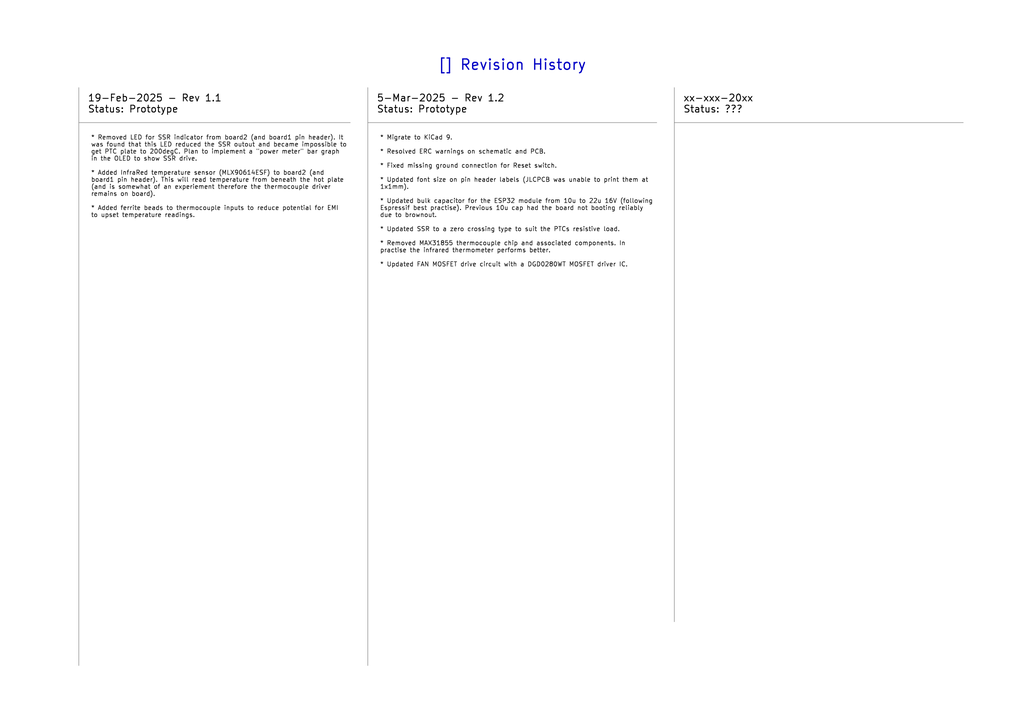
<source format=kicad_sch>
(kicad_sch
	(version 20250114)
	(generator "eeschema")
	(generator_version "9.0")
	(uuid "58678810-a1ae-4bf1-b11b-108993035dde")
	(paper "A4")
	(title_block
		(title "Revision History")
		(date "2025-03-08")
		(rev "1.2")
		(company "Wattle Labs")
	)
	(lib_symbols)
	(text "19-Feb-2025 - Rev 1.1\nStatus: Prototype"
		(exclude_from_sim no)
		(at 25.4 33.02 0)
		(effects
			(font
				(size 2 2)
				(thickness 0.25)
				(color 0 0 0 1)
			)
			(justify left bottom)
		)
		(uuid "3b186278-0dab-4a47-81c2-53263d2b90fa")
	)
	(text "5-Mar-2025 - Rev 1.2\nStatus: Prototype"
		(exclude_from_sim no)
		(at 109.22 33.02 0)
		(effects
			(font
				(size 2 2)
				(thickness 0.25)
				(color 0 0 0 1)
			)
			(justify left bottom)
		)
		(uuid "46d53000-4ca6-4d5f-b1e7-02cba2963c7a")
	)
	(text "xx-xxx-20xx\nStatus: ???"
		(exclude_from_sim no)
		(at 198.12 33.02 0)
		(effects
			(font
				(size 2 2)
				(thickness 0.25)
				(color 0 0 0 1)
			)
			(justify left bottom)
		)
		(uuid "e642c396-9621-490f-b006-fbe1d3c4a518")
	)
	(text_box "* Removed LED for SSR indicator from board2 (and board1 pin header). It was found that this LED reduced the SSR outout and became impossible to get PTC plate to 200degC. Plan to implement a \"power meter\" bar graph in the OLED to show SSR drive.\n\n* Added InfraRed temperature sensor (MLX90614ESF) to board2 (and board1 pin header). This will read temperature from beneath the hot plate (and is somewhat of an experiement therefore the thermocouple driver remains on board).\n\n* Added ferrite beads to thermocouple inputs to reduce potential for EMI to upset temperature readings."
		(exclude_from_sim no)
		(at 25.4 38.1 0)
		(size 76.2 154.94)
		(margins 0.9524 0.9524 0.9524 0.9524)
		(stroke
			(width -0.0001)
			(type default)
		)
		(fill
			(type none)
		)
		(effects
			(font
				(size 1.27 1.27)
				(color 0 0 0 1)
			)
			(justify left top)
		)
		(uuid "32badec6-c8c6-4b35-bdb0-1cba4e204fa7")
	)
	(text_box "[${#}] ${TITLE}"
		(exclude_from_sim no)
		(at 12.065 12.065 0)
		(size 273.05 13.335)
		(margins 2.2499 2.2499 2.2499 2.2499)
		(stroke
			(width -0.0001)
			(type default)
		)
		(fill
			(type none)
		)
		(effects
			(font
				(size 3 3)
				(thickness 0.375)
			)
		)
		(uuid "58cc4355-d97f-4860-9675-f6989c4253e8")
	)
	(text_box ""
		(exclude_from_sim no)
		(at 200.66 38.1 0)
		(size 81.28 142.24)
		(margins 0.9524 0.9524 0.9524 0.9524)
		(stroke
			(width -0.0001)
			(type default)
		)
		(fill
			(type none)
		)
		(effects
			(font
				(size 1.27 1.27)
				(color 0 0 0 1)
			)
			(justify left top)
		)
		(uuid "e6b85207-d86a-42b7-be2a-1e4ca9ab7743")
	)
	(text_box "* Migrate to KiCad 9.\n\n* Resolved ERC warnings on schematic and PCB.\n\n* Fixed missing ground connection for Reset switch.\n\n* Updated font size on pin header labels (JLCPCB was unable to print them at 1x1mm).\n\n* Updated bulk capacitor for the ESP32 module from 10u to 22u 16V (following Espressif best practise). Previous 10u cap had the board not booting reliably due to brownout.\n\n* Updated SSR to a zero crossing type to suit the PTCs resistive load.\n\n* Removed MAX31855 thermocouple chip and associated components. In practise the infrared thermometer performs better.\n\n* Updated FAN MOSFET drive circuit with a DGD0280WT MOSFET driver IC."
		(exclude_from_sim no)
		(at 109.22 38.1 0)
		(size 81.28 142.24)
		(margins 0.9524 0.9524 0.9524 0.9524)
		(stroke
			(width -0.0001)
			(type solid)
		)
		(fill
			(type none)
		)
		(effects
			(font
				(size 1.27 1.27)
				(color 0 0 0 1)
			)
			(justify left top)
		)
		(uuid "e8bf6853-1e36-4c76-81a3-f0c4a64a382e")
	)
	(polyline
		(pts
			(xy 22.86 25.4) (xy 22.86 193.04)
		)
		(stroke
			(width 0)
			(type default)
			(color 132 132 132 1)
		)
		(uuid "07426cb0-ca09-4dc8-bdc1-648b6253ebba")
	)
	(polyline
		(pts
			(xy 195.58 25.4) (xy 195.58 180.34)
		)
		(stroke
			(width 0)
			(type default)
			(color 132 132 132 1)
		)
		(uuid "2c16a7c8-3162-46f2-9b09-6f75e3727002")
	)
	(polyline
		(pts
			(xy 22.86 35.56) (xy 101.6 35.56)
		)
		(stroke
			(width 0)
			(type default)
			(color 132 132 132 1)
		)
		(uuid "68d2f6cb-cef6-4666-83d8-40db92ac0239")
	)
	(polyline
		(pts
			(xy 106.68 35.56) (xy 190.5 35.56)
		)
		(stroke
			(width 0)
			(type default)
			(color 132 132 132 1)
		)
		(uuid "87f25349-07d9-44d3-b2ca-519c7b00e77f")
	)
	(polyline
		(pts
			(xy 106.68 25.4) (xy 106.68 193.04)
		)
		(stroke
			(width 0)
			(type default)
			(color 132 132 132 1)
		)
		(uuid "a6f461a8-7f21-422d-b9bc-4e176b14a06d")
	)
	(polyline
		(pts
			(xy 195.58 35.56) (xy 279.4 35.56)
		)
		(stroke
			(width 0)
			(type default)
			(color 132 132 132 1)
		)
		(uuid "da3e5a18-f954-4acb-ba20-c67bc43adde9")
	)
)

</source>
